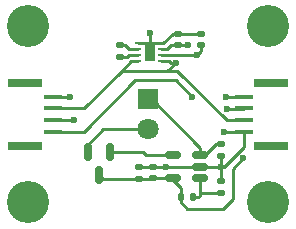
<source format=gtl>
%TF.GenerationSoftware,KiCad,Pcbnew,7.0.2-6a45011f42~172~ubuntu22.04.1*%
%TF.CreationDate,2023-09-16T18:58:55-07:00*%
%TF.ProjectId,i_control_led,695f636f-6e74-4726-9f6c-5f6c65642e6b,rev?*%
%TF.SameCoordinates,Original*%
%TF.FileFunction,Copper,L1,Top*%
%TF.FilePolarity,Positive*%
%FSLAX46Y46*%
G04 Gerber Fmt 4.6, Leading zero omitted, Abs format (unit mm)*
G04 Created by KiCad (PCBNEW 7.0.2-6a45011f42~172~ubuntu22.04.1) date 2023-09-16 18:58:55*
%MOMM*%
%LPD*%
G01*
G04 APERTURE LIST*
G04 Aperture macros list*
%AMRoundRect*
0 Rectangle with rounded corners*
0 $1 Rounding radius*
0 $2 $3 $4 $5 $6 $7 $8 $9 X,Y pos of 4 corners*
0 Add a 4 corners polygon primitive as box body*
4,1,4,$2,$3,$4,$5,$6,$7,$8,$9,$2,$3,0*
0 Add four circle primitives for the rounded corners*
1,1,$1+$1,$2,$3*
1,1,$1+$1,$4,$5*
1,1,$1+$1,$6,$7*
1,1,$1+$1,$8,$9*
0 Add four rect primitives between the rounded corners*
20,1,$1+$1,$2,$3,$4,$5,0*
20,1,$1+$1,$4,$5,$6,$7,0*
20,1,$1+$1,$6,$7,$8,$9,0*
20,1,$1+$1,$8,$9,$2,$3,0*%
G04 Aperture macros list end*
%TA.AperFunction,ComponentPad*%
%ADD10C,3.570000*%
%TD*%
%TA.AperFunction,ComponentPad*%
%ADD11R,1.800000X1.800000*%
%TD*%
%TA.AperFunction,ComponentPad*%
%ADD12C,1.800000*%
%TD*%
%TA.AperFunction,SMDPad,CuDef*%
%ADD13R,3.000000X0.800000*%
%TD*%
%TA.AperFunction,SMDPad,CuDef*%
%ADD14R,1.600000X0.400000*%
%TD*%
%TA.AperFunction,SMDPad,CuDef*%
%ADD15RoundRect,0.135000X-0.185000X0.135000X-0.185000X-0.135000X0.185000X-0.135000X0.185000X0.135000X0*%
%TD*%
%TA.AperFunction,SMDPad,CuDef*%
%ADD16RoundRect,0.150000X0.512500X0.150000X-0.512500X0.150000X-0.512500X-0.150000X0.512500X-0.150000X0*%
%TD*%
%TA.AperFunction,SMDPad,CuDef*%
%ADD17RoundRect,0.140000X0.170000X-0.140000X0.170000X0.140000X-0.170000X0.140000X-0.170000X-0.140000X0*%
%TD*%
%TA.AperFunction,SMDPad,CuDef*%
%ADD18R,0.500000X0.250000*%
%TD*%
%TA.AperFunction,ComponentPad*%
%ADD19C,0.600000*%
%TD*%
%TA.AperFunction,SMDPad,CuDef*%
%ADD20R,0.900000X1.600000*%
%TD*%
%TA.AperFunction,SMDPad,CuDef*%
%ADD21RoundRect,0.135000X0.185000X-0.135000X0.185000X0.135000X-0.185000X0.135000X-0.185000X-0.135000X0*%
%TD*%
%TA.AperFunction,SMDPad,CuDef*%
%ADD22RoundRect,0.135000X-0.135000X-0.185000X0.135000X-0.185000X0.135000X0.185000X-0.135000X0.185000X0*%
%TD*%
%TA.AperFunction,SMDPad,CuDef*%
%ADD23RoundRect,0.140000X-0.170000X0.140000X-0.170000X-0.140000X0.170000X-0.140000X0.170000X0.140000X0*%
%TD*%
%TA.AperFunction,SMDPad,CuDef*%
%ADD24RoundRect,0.150000X-0.150000X0.587500X-0.150000X-0.587500X0.150000X-0.587500X0.150000X0.587500X0*%
%TD*%
%TA.AperFunction,ViaPad*%
%ADD25C,0.600000*%
%TD*%
%TA.AperFunction,Conductor*%
%ADD26C,0.250000*%
%TD*%
G04 APERTURE END LIST*
D10*
%TO.P,M1,~*%
%TO.N,N/C*%
X52540000Y-52540000D03*
%TD*%
%TO.P,M2,~*%
%TO.N,N/C*%
X72860000Y-52540000D03*
%TD*%
%TO.P,M3,~*%
%TO.N,N/C*%
X72860000Y-67460000D03*
%TD*%
%TO.P,M4,~*%
%TO.N,N/C*%
X52540000Y-67460000D03*
%TD*%
D11*
%TO.P,D1,1,K*%
%TO.N,Net-(D1-K)*%
X62700000Y-58730000D03*
D12*
%TO.P,D1,2,A*%
%TO.N,Net-(D1-A)*%
X62700000Y-61270000D03*
%TD*%
D13*
%TO.P,J1,*%
%TO.N,*%
X52300000Y-62650000D03*
X52300000Y-57350000D03*
D14*
%TO.P,J1,1,Pin_1*%
%TO.N,GND*%
X54625000Y-58500000D03*
%TO.P,J1,2,Pin_2*%
%TO.N,/VIN*%
X54625000Y-59500000D03*
%TO.P,J1,3,Pin_3*%
%TO.N,/SDA*%
X54625000Y-60500000D03*
%TO.P,J1,4,Pin_4*%
%TO.N,/SCL*%
X54625000Y-61500000D03*
%TD*%
D13*
%TO.P,J2,*%
%TO.N,*%
X73100000Y-57350000D03*
X73100000Y-62650000D03*
D14*
%TO.P,J2,1,Pin_1*%
%TO.N,GND*%
X70775000Y-61500000D03*
%TO.P,J2,2,Pin_2*%
%TO.N,/VIN*%
X70775000Y-60500000D03*
%TO.P,J2,3,Pin_3*%
%TO.N,/SDA*%
X70775000Y-59500000D03*
%TO.P,J2,4,Pin_4*%
%TO.N,/SCL*%
X70775000Y-58500000D03*
%TD*%
D15*
%TO.P,R1,1*%
%TO.N,Net-(D1-K)*%
X68870000Y-62540000D03*
%TO.P,R1,2*%
%TO.N,GND*%
X68870000Y-63560000D03*
%TD*%
D16*
%TO.P,U2,1,+*%
%TO.N,/Vset*%
X67100000Y-65375000D03*
%TO.P,U2,2,V-*%
%TO.N,GND*%
X67100000Y-64425000D03*
%TO.P,U2,3,-*%
%TO.N,Net-(D1-K)*%
X67100000Y-63475000D03*
%TO.P,U2,4*%
%TO.N,Net-(Q1-B)*%
X64825000Y-63475000D03*
%TO.P,U2,5,V+*%
%TO.N,/5V*%
X64825000Y-65375000D03*
%TD*%
D17*
%TO.P,C4,1*%
%TO.N,/5V*%
X63150000Y-65430000D03*
%TO.P,C4,2*%
%TO.N,GND*%
X63150000Y-64470000D03*
%TD*%
D18*
%TO.P,U1,1,PFM*%
%TO.N,GND*%
X61875000Y-53990000D03*
%TO.P,U1,2,C1-*%
%TO.N,Net-(U1-C1-)*%
X61875000Y-54490000D03*
%TO.P,U1,3,C1+*%
%TO.N,Net-(U1-C1+)*%
X61875000Y-54990000D03*
%TO.P,U1,4,OUTDIS*%
%TO.N,/VIN*%
X61875000Y-55490000D03*
%TO.P,U1,5,EN*%
X63775000Y-55490000D03*
%TO.P,U1,6,VOUT*%
%TO.N,/5V*%
X63775000Y-54990000D03*
%TO.P,U1,7,VIN*%
%TO.N,/VIN*%
X63775000Y-54490000D03*
%TO.P,U1,8,GND*%
%TO.N,GND*%
X63775000Y-53990000D03*
D19*
%TO.P,U1,9,GND*%
X62825000Y-54240000D03*
D20*
X62825000Y-54740000D03*
D19*
X62825000Y-55240000D03*
%TD*%
D17*
%TO.P,C3,1*%
%TO.N,/5V*%
X67140000Y-54130000D03*
%TO.P,C3,2*%
%TO.N,GND*%
X67140000Y-53170000D03*
%TD*%
D21*
%TO.P,R3,1*%
%TO.N,/Vset*%
X68880000Y-66630000D03*
%TO.P,R3,2*%
%TO.N,GND*%
X68880000Y-65610000D03*
%TD*%
D22*
%TO.P,R2,1*%
%TO.N,/5V*%
X65455000Y-66975000D03*
%TO.P,R2,2*%
%TO.N,/Vset*%
X66475000Y-66975000D03*
%TD*%
D23*
%TO.P,C1,1*%
%TO.N,GND*%
X65200000Y-53185000D03*
%TO.P,C1,2*%
%TO.N,/VIN*%
X65200000Y-54145000D03*
%TD*%
D17*
%TO.P,C5,1*%
%TO.N,/5V*%
X61925000Y-65435000D03*
%TO.P,C5,2*%
%TO.N,GND*%
X61925000Y-64475000D03*
%TD*%
D24*
%TO.P,Q1,1,B*%
%TO.N,Net-(Q1-B)*%
X59500000Y-63225000D03*
%TO.P,Q1,2,E*%
%TO.N,Net-(D1-A)*%
X57600000Y-63225000D03*
%TO.P,Q1,3,C*%
%TO.N,/5V*%
X58550000Y-65100000D03*
%TD*%
D17*
%TO.P,C2,1*%
%TO.N,Net-(U1-C1+)*%
X60330000Y-55110000D03*
%TO.P,C2,2*%
%TO.N,Net-(U1-C1-)*%
X60330000Y-54150000D03*
%TD*%
D25*
%TO.N,GND*%
X68880000Y-64435000D03*
X62850000Y-53100000D03*
X69110000Y-61500000D03*
X56100000Y-58500000D03*
X64250000Y-64470000D03*
%TO.N,/VIN*%
X65040000Y-55614500D03*
X66100000Y-54145000D03*
%TO.N,/SCL*%
X69330000Y-58490000D03*
X66440000Y-58490000D03*
%TO.N,/SDA*%
X56400000Y-60500000D03*
X69350000Y-59525000D03*
%TO.N,/5V*%
X70741589Y-63701589D03*
X66800000Y-54990000D03*
%TD*%
D26*
%TO.N,GND*%
X68880000Y-65610000D02*
X68880000Y-64435000D01*
X69135000Y-64425000D02*
X70775000Y-62785000D01*
X62825000Y-53125000D02*
X62850000Y-53100000D01*
X64765000Y-53185000D02*
X65200000Y-53185000D01*
X63775000Y-53990000D02*
X63960000Y-53990000D01*
X62825000Y-54240000D02*
X63075000Y-53990000D01*
X65200000Y-53185000D02*
X67125000Y-53185000D01*
X68425000Y-64425000D02*
X68890000Y-64425000D01*
X68870000Y-64405000D02*
X68890000Y-64425000D01*
X63150000Y-64470000D02*
X61930000Y-64470000D01*
X63150000Y-64470000D02*
X64250000Y-64470000D01*
X62575000Y-53990000D02*
X62825000Y-54240000D01*
X63075000Y-53990000D02*
X63775000Y-53990000D01*
X67100000Y-64425000D02*
X68425000Y-64425000D01*
X68890000Y-64425000D02*
X69135000Y-64425000D01*
X70775000Y-62785000D02*
X70775000Y-61500000D01*
X67055000Y-64470000D02*
X67100000Y-64425000D01*
X62825000Y-54240000D02*
X62825000Y-53125000D01*
X63960000Y-53990000D02*
X64765000Y-53185000D01*
X68880000Y-64435000D02*
X68890000Y-64425000D01*
X68870000Y-63560000D02*
X68870000Y-64405000D01*
X64250000Y-64470000D02*
X67055000Y-64470000D01*
X69110000Y-61500000D02*
X70775000Y-61500000D01*
X67125000Y-53185000D02*
X67140000Y-53170000D01*
X54625000Y-58500000D02*
X55950000Y-58500000D01*
X61875000Y-53990000D02*
X62575000Y-53990000D01*
X61930000Y-64470000D02*
X61925000Y-64475000D01*
%TO.N,/VIN*%
X54625000Y-59500000D02*
X57275000Y-59500000D01*
X65040000Y-55614500D02*
X64594500Y-55614500D01*
X61285000Y-55490000D02*
X61875000Y-55490000D01*
X69350000Y-60500000D02*
X65177500Y-56327500D01*
X65177500Y-56327500D02*
X64190000Y-56327500D01*
X65040000Y-55614500D02*
X64327000Y-56327500D01*
X64190000Y-56327500D02*
X60447500Y-56327500D01*
X70775000Y-60500000D02*
X69350000Y-60500000D01*
X64655000Y-54145000D02*
X65200000Y-54145000D01*
X57275000Y-59500000D02*
X60447500Y-56327500D01*
X64594500Y-55614500D02*
X64470000Y-55490000D01*
X64310000Y-54490000D02*
X64655000Y-54145000D01*
X60447500Y-56327500D02*
X61285000Y-55490000D01*
X63775000Y-54490000D02*
X64310000Y-54490000D01*
X64470000Y-55490000D02*
X63775000Y-55490000D01*
X64327000Y-56327500D02*
X64190000Y-56327500D01*
X66100000Y-54145000D02*
X65200000Y-54145000D01*
%TO.N,Net-(U1-C1+)*%
X60330000Y-55110000D02*
X60930000Y-55110000D01*
X61050000Y-54990000D02*
X61875000Y-54990000D01*
X60930000Y-55110000D02*
X61050000Y-54990000D01*
%TO.N,/SCL*%
X57240000Y-61500000D02*
X54625000Y-61500000D01*
X61620000Y-57120000D02*
X57240000Y-61500000D01*
X66440000Y-58490000D02*
X65070000Y-57120000D01*
X65070000Y-57120000D02*
X61620000Y-57120000D01*
X69330000Y-58490000D02*
X70765000Y-58490000D01*
%TO.N,/SDA*%
X69350000Y-59525000D02*
X70750000Y-59525000D01*
X56400000Y-60500000D02*
X54625000Y-60500000D01*
X70750000Y-59525000D02*
X70775000Y-59500000D01*
%TO.N,Net-(U1-C1-)*%
X60720000Y-54150000D02*
X61060000Y-54490000D01*
X60330000Y-54150000D02*
X60720000Y-54150000D01*
X61060000Y-54490000D02*
X61875000Y-54490000D01*
%TO.N,/5V*%
X64825000Y-65375000D02*
X64825000Y-65575000D01*
X63145000Y-65435000D02*
X63150000Y-65430000D01*
X67140000Y-54650000D02*
X67140000Y-54130000D01*
X58550000Y-65100000D02*
X58885000Y-65435000D01*
X63850000Y-65430000D02*
X64770000Y-65430000D01*
X63150000Y-65430000D02*
X63850000Y-65430000D01*
X58885000Y-65435000D02*
X61925000Y-65435000D01*
X65455000Y-66205000D02*
X65455000Y-66975000D01*
X63775000Y-54990000D02*
X66800000Y-54990000D01*
X66010000Y-68000000D02*
X65455000Y-67445000D01*
X69850000Y-67200000D02*
X69050000Y-68000000D01*
X65455000Y-67445000D02*
X65455000Y-66975000D01*
X64825000Y-65575000D02*
X65455000Y-66205000D01*
X66800000Y-54990000D02*
X67140000Y-54650000D01*
X70741589Y-63701589D02*
X69850000Y-64593178D01*
X61925000Y-65435000D02*
X63145000Y-65435000D01*
X69050000Y-68000000D02*
X66010000Y-68000000D01*
X69850000Y-64593178D02*
X69850000Y-67200000D01*
X64770000Y-65430000D02*
X64825000Y-65375000D01*
%TO.N,Net-(D1-K)*%
X68450000Y-62540000D02*
X68870000Y-62540000D01*
X67100000Y-62810000D02*
X67100000Y-63475000D01*
X62700000Y-58730000D02*
X63020000Y-58730000D01*
X63020000Y-58730000D02*
X67100000Y-62810000D01*
X67515000Y-63475000D02*
X68450000Y-62540000D01*
X67100000Y-63475000D02*
X67515000Y-63475000D01*
%TO.N,Net-(D1-A)*%
X57600000Y-62560000D02*
X58890000Y-61270000D01*
X57600000Y-63225000D02*
X57600000Y-62560000D01*
X58890000Y-61270000D02*
X62700000Y-61270000D01*
%TO.N,Net-(Q1-B)*%
X64825000Y-63475000D02*
X62555000Y-63475000D01*
X59545000Y-63180000D02*
X59500000Y-63225000D01*
X62260000Y-63180000D02*
X59545000Y-63180000D01*
X62555000Y-63475000D02*
X62260000Y-63180000D01*
%TO.N,/Vset*%
X67100000Y-66840000D02*
X66965000Y-66975000D01*
X67100000Y-65375000D02*
X67100000Y-66690000D01*
X67100000Y-66690000D02*
X67100000Y-66840000D01*
X68820000Y-66690000D02*
X68880000Y-66630000D01*
X66965000Y-66975000D02*
X66475000Y-66975000D01*
X67100000Y-66690000D02*
X68820000Y-66690000D01*
%TD*%
M02*

</source>
